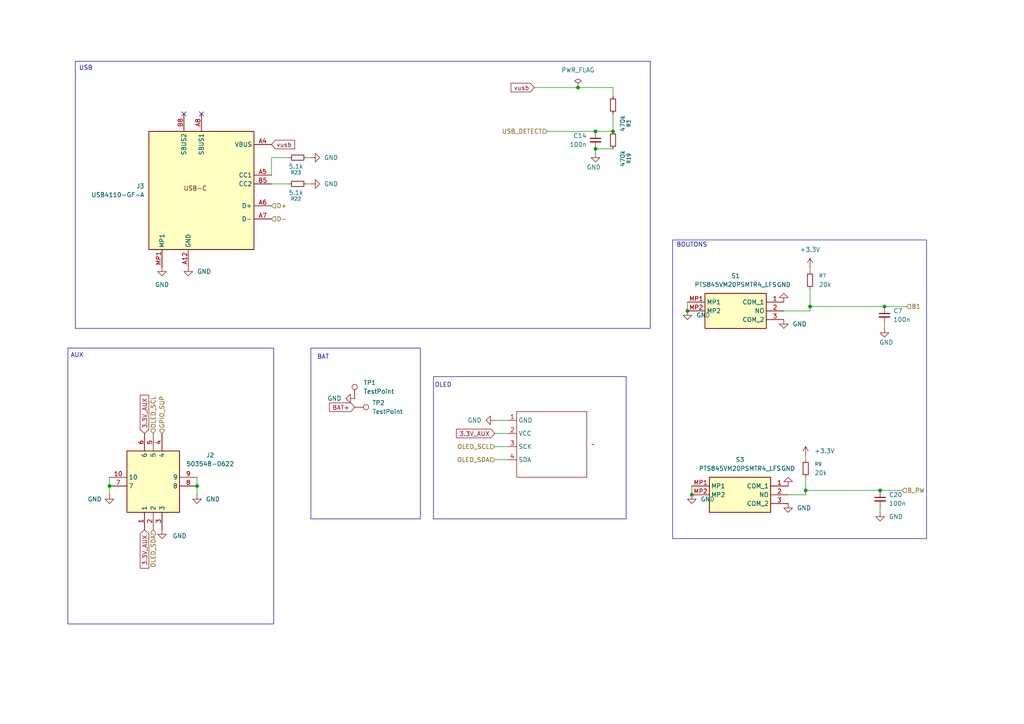
<source format=kicad_sch>
(kicad_sch (version 20250114) (generator "eeschema") (generator_version "9.0")
  (paper "A4")
  (lib_symbols
    (symbol "Connector:TestPoint" (pin_numbers (hide yes)) (pin_names (offset 0.762) (hide yes))
      (property "Reference" "TP" (at 0 6.858 0))
      (property "Value" "TestPoint" (at 0 5.08 0))
      (symbol "TestPoint_0_1"
        (circle (center 0 3.302) (radius 0.762))
      )
      (symbol "TestPoint_1_1"
        (pin passive line (at 0 0 90) (length 2.54) (name "1") (number "1"))
      )
    )
    (symbol "Device:C_Small" (pin_numbers (hide yes)) (pin_names (offset 0.254) (hide yes))
      (property "Reference" "C" (at 0.254 1.778 0))
      (property "Value" "C_Small" (at 0.254 -2.032 0))
      (symbol "C_Small_0_1"
        (polyline (pts (xy -1.524 0.508) (xy 1.524 0.508)) (stroke (width 0.3048)))
        (polyline (pts (xy -1.524 -0.508) (xy 1.524 -0.508)) (stroke (width 0.3302)))
      )
      (symbol "C_Small_1_1"
        (pin passive line (at 0 2.54 270) (length 2.032) (name "~") (number "1"))
        (pin passive line (at 0 -2.54 90) (length 2.032) (name "~") (number "2"))
      )
    )
    (symbol "R_Small_1" (pin_numbers (hide yes)) (pin_names (offset 0.254) (hide yes))
      (property "Reference" "R" (at 0 0 90))
      (property "Value" "R_Small" (at 1.778 0 90))
      (symbol "R_Small_1_0_1"
        (rectangle (start -0.762 1.778) (end 0.762 -1.778) (stroke (width 0.2032)))
      )
      (symbol "R_Small_1_1_1"
        (pin passive line (at 0 2.54 270) (length 0.762) (name "~") (number "1"))
        (pin passive line (at 0 -2.54 90) (length 0.762) (name "~") (number "2"))
      )
    )
    (symbol "power:+3.3V" (power) (pin_numbers (hide yes)) (pin_names (offset 0) (hide yes))
      (property "Value" "+3.3V" (at 0 3.556 0))
      (symbol "+3.3V_0_1"
        (polyline (pts (xy -0.762 1.27) (xy 0 2.54)))
        (polyline (pts (xy 0 2.54) (xy 0.762 1.27)))
        (polyline (pts (xy 0 0) (xy 0 2.54)))
      )
      (symbol "+3.3V_1_1"
        (pin power_in line (at 0 0 90) (length 0) (name "~") (number "1"))
      )
    )
    (symbol "power:GND" (power) (pin_numbers (hide yes)) (pin_names (offset 0) (hide yes))
      (property "Value" "GND" (at 0 -3.81 0))
      (symbol "GND_0_1"
        (polyline (pts (xy 0 0) (xy 0 -1.27) (xy 1.27 -1.27) (xy 0 -2.54) (xy -1.27 -1.27) (xy 0 -1.27)))
      )
      (symbol "GND_1_1"
        (pin power_in line (at 0 0 270) (length 0) (name "~") (number "1"))
      )
    )
    (symbol "power:PWR_FLAG" (power) (pin_numbers (hide yes)) (pin_names (offset 0) (hide yes))
      (property "Value" "PWR_FLAG" (at 0 3.81 0))
      (symbol "PWR_FLAG_0_0"
        (pin power_out line (at 0 0 90) (length 0) (name "~") (number "1"))
      )
      (symbol "PWR_FLAG_0_1"
        (polyline (pts (xy 0 0) (xy 0 1.27) (xy -1.016 1.905) (xy 0 2.54) (xy 1.016 1.905) (xy 0 1.27)))
      )
    )
    (symbol "pts845:PTS845VM20PSMTR4_LFS"
      (property "Reference" "S" (at 24.13 7.62 0))
      (property "Value" "PTS845VM20PSMTR4_LFS" (at 24.13 5.08 0))
      (symbol "PTS845VM20PSMTR4_LFS_1_1"
        (rectangle (start 5.08 2.54) (end 22.86 -7.62) (stroke (width 0.254)) (fill (type background)))
        (pin passive line (at 0 0 0) (length 5.08) (name "MP1") (number "MP1"))
        (pin passive line (at 0 -2.54 0) (length 5.08) (name "MP2") (number "MP2"))
        (pin passive line (at 27.94 0 180) (length 5.08) (name "COM_1") (number "1"))
        (pin passive line (at 27.94 -2.54 180) (length 5.08) (name "NO") (number "2"))
        (pin passive line (at 27.94 -5.08 180) (length 5.08) (name "COM_2") (number "3"))
      )
    )
    (symbol "samacsys2:503548-0622"
      (property "Reference" "J" (at 21.59 12.7 0))
      (property "Value" "503548-0622" (at 21.59 10.16 0))
      (symbol "503548-0622_1_1"
        (rectangle (start 5.08 7.62) (end 20.32 -10.16) (stroke (width 0.254)) (fill (type background)))
        (pin passive line (at 0 0 0) (length 5.08) (name "10") (number "10"))
        (pin passive line (at 0 -2.54 0) (length 5.08) (name "7") (number "7"))
        (pin passive line (at 10.16 12.7 270) (length 5.08) (name "6") (number "6"))
        (pin passive line (at 10.16 -15.24 90) (length 5.08) (name "1") (number "1"))
        (pin passive line (at 12.7 12.7 270) (length 5.08) (name "5") (number "5"))
        (pin passive line (at 12.7 -15.24 90) (length 5.08) (name "2") (number "2"))
        (pin passive line (at 15.24 12.7 270) (length 5.08) (name "4") (number "4"))
        (pin passive line (at 15.24 -15.24 90) (length 5.08) (name "3") (number "3"))
        (pin passive line (at 25.4 0 180) (length 5.08) (name "9") (number "9"))
        (pin passive line (at 25.4 -2.54 180) (length 5.08) (name "8") (number "8"))
      )
    )
    (symbol "samacsys2:ssd1306_5point"
      (symbol "ssd1306_5point_0_1"
        (rectangle (start -6.35 -1.27) (end 13.97 -20.32))
      )
      (symbol "ssd1306_5point_1_1"
        (pin free line (at -8.89 -3.81 0) (length 2.54) (name "GND") (number "1"))
        (pin free line (at -8.89 -3.81 0) (length 2.54) (hide yes) (name "GND") (number "5"))
        (pin free line (at -8.89 -3.81 0) (length 2.54) (hide yes) (name "GND") (number "6"))
        (pin free line (at -8.89 -7.62 0) (length 2.54) (name "VCC") (number "2"))
        (pin free line (at -8.89 -11.43 0) (length 2.54) (name "SCK") (number "3"))
        (pin free line (at -8.89 -15.24 0) (length 2.54) (name "SDA") (number "4"))
      )
    )
    (symbol "samacsys:USB4110-GF-A"
      (property "Reference" "J" (at 3.81 25.4 0))
      (property "Value" "USB4110-GF-A" (at 3.81 22.86 0))
      (symbol "USB4110-GF-A_1_1"
        (rectangle (start -15.24 15.24) (end 15.24 -19.05) (stroke (width 0.254)) (fill (type background)))
        (text "USB-C" (at -1.778 -1.27 0) (effects (font (size 1.27 1.27))))
        (pin passive line (at -11.43 -24.13 90) (length 5.08) (name "MP1") (number "MP1"))
        (pin passive line (at -11.43 -24.13 90) (length 5.08) (hide yes) (name "MP2") (number "MP2"))
        (pin passive line (at -11.43 -24.13 90) (length 5.08) (hide yes) (name "MP3") (number "MP3"))
        (pin passive line (at -11.43 -24.13 90) (length 5.08) (hide yes) (name "MP4") (number "MP4"))
        (pin passive line (at -5.08 20.32 270) (length 5.08) (name "SBUS2") (number "B8"))
        (pin passive line (at -3.81 -24.13 90) (length 5.08) (hide yes) (name "GND") (number "A1"))
        (pin passive line (at -3.81 -24.13 90) (length 5.08) (name "GND") (number "A12"))
        (pin passive line (at -3.81 -24.13 90) (length 5.08) (hide yes) (name "GND") (number "B1"))
        (pin passive line (at -3.81 -24.13 90) (length 5.08) (hide yes) (name "GND") (number "B12"))
        (pin passive line (at 0 20.32 270) (length 5.08) (name "SBUS1") (number "A8"))
        (pin passive line (at 20.32 11.43 180) (length 5.08) (name "VBUS") (number "A4"))
        (pin passive line (at 20.32 11.43 180) (length 5.08) (hide yes) (name "VBUS") (number "A9"))
        (pin passive line (at 20.32 11.43 180) (length 5.08) (hide yes) (name "VBUS") (number "B4"))
        (pin passive line (at 20.32 11.43 180) (length 5.08) (hide yes) (name "VBUS") (number "B9"))
        (pin passive line (at 20.32 2.54 180) (length 5.08) (name "CC1") (number "A5"))
        (pin passive line (at 20.32 0 180) (length 5.08) (name "CC2") (number "B5"))
        (pin passive line (at 20.32 -6.35 180) (length 5.08) (name "D+") (number "A6"))
        (pin passive line (at 20.32 -6.35 180) (length 5.08) (hide yes) (name "D+") (number "B6"))
        (pin passive line (at 20.32 -10.16 180) (length 5.08) (name "D-") (number "A7"))
        (pin passive line (at 20.32 -10.16 180) (length 5.08) (hide yes) (name "D-") (number "B7"))
      )
    )
  )
  (rectangle (start 19.685 100.965) (end 79.375 180.975))
  (rectangle (start 195.072 69.596) (end 268.732 156.21))
  (rectangle (start 125.73 109.22) (end 181.61 150.495))
  (rectangle (start 21.844 17.78) (end 188.595 95.25))
  (rectangle (start 90.17 100.965) (end 121.92 150.495))
  (text "AUX\n" (at 22.352 103.124 0) (effects (font (size 1.27 1.27))))
  (text "BOUTONS" (at 200.66 71.12 0) (effects (font (size 1.27 1.27))))
  (text "USB" (at 24.892 19.812 0) (effects (font (size 1.27 1.27))))
  (text "OLED" (at 128.524 111.76 0) (effects (font (size 1.27 1.27))))
  (text "BAT\n" (at 93.726 103.632 0) (effects (font (size 1.27 1.27))))
  (junction (at 199.39 90.17))
  (junction (at 177.8 38.1))
  (junction (at 234.95 88.9))
  (junction (at 255.27 142.24))
  (junction (at 172.72 38.1))
  (junction (at 57.15 140.97))
  (junction (at 200.66 143.51))
  (junction (at 172.72 43.18))
  (junction (at 256.54 88.9))
  (junction (at 31.75 140.97))
  (junction (at 167.64 25.4))
  (junction (at 233.68 142.24))
  (no_connect (at 58.42 33.02))
  (no_connect (at 53.34 33.02))
  (wire (pts (xy 256.54 93.98) (xy 256.54 95.25)))
  (wire (pts (xy 234.95 78.74) (xy 234.95 77.47)))
  (wire (pts (xy 167.64 25.4) (xy 154.94 25.4)))
  (wire (pts (xy 199.39 87.63) (xy 199.39 90.17)))
  (wire (pts (xy 234.95 88.9) (xy 256.54 88.9)))
  (wire (pts (xy 57.15 140.97) (xy 57.15 143.51)))
  (wire (pts (xy 143.51 125.73) (xy 147.32 125.73)))
  (wire (pts (xy 255.27 142.24) (xy 261.62 142.24)))
  (wire (pts (xy 172.72 38.1) (xy 158.75 38.1)))
  (wire (pts (xy 143.51 129.54) (xy 147.32 129.54)))
  (wire (pts (xy 78.74 45.72) (xy 78.74 50.8)))
  (wire (pts (xy 233.68 138.43) (xy 233.68 142.24)))
  (wire (pts (xy 177.8 33.02) (xy 177.8 38.1)))
  (wire (pts (xy 177.8 43.18) (xy 172.72 43.18)))
  (wire (pts (xy 233.68 142.24) (xy 233.68 143.51)))
  (wire (pts (xy 255.27 147.32) (xy 255.27 148.59)))
  (wire (pts (xy 88.9 53.34) (xy 90.17 53.34)))
  (wire (pts (xy 234.95 83.82) (xy 234.95 88.9)))
  (wire (pts (xy 143.51 121.92) (xy 147.32 121.92)))
  (wire (pts (xy 172.72 43.18) (xy 172.72 44.45)))
  (wire (pts (xy 234.95 90.17) (xy 234.95 88.9)))
  (wire (pts (xy 57.15 138.43) (xy 57.15 140.97)))
  (wire (pts (xy 233.68 133.35) (xy 233.68 132.08)))
  (wire (pts (xy 88.9 45.72) (xy 90.17 45.72)))
  (wire (pts (xy 228.6 143.51) (xy 233.68 143.51)))
  (wire (pts (xy 256.54 88.9) (xy 262.89 88.9)))
  (wire (pts (xy 200.66 140.97) (xy 200.66 143.51)))
  (wire (pts (xy 143.51 133.35) (xy 147.32 133.35)))
  (wire (pts (xy 31.75 143.51) (xy 31.75 140.97)))
  (wire (pts (xy 83.82 45.72) (xy 78.74 45.72)))
  (wire (pts (xy 177.8 38.1) (xy 172.72 38.1)))
  (wire (pts (xy 177.8 25.4) (xy 167.64 25.4)))
  (wire (pts (xy 233.68 142.24) (xy 255.27 142.24)))
  (wire (pts (xy 78.74 53.34) (xy 83.82 53.34)))
  (wire (pts (xy 227.33 90.17) (xy 234.95 90.17)))
  (wire (pts (xy 177.8 27.94) (xy 177.8 25.4)))
  (wire (pts (xy 31.75 140.97) (xy 31.75 138.43)))
  (global_label "3.3V_AUX" (shape input) (at 41.91 153.67 270) (property "Intersheetrefs" "${INTERSHEET_REFS}" (effects (hide yes))))
  (global_label "vusb" (shape input) (at 154.94 25.4 180) (property "Intersheetrefs" "${INTERSHEET_REFS}" (effects (hide yes))))
  (global_label "3.3V_AUX" (shape input) (at 41.91 125.73 90) (property "Intersheetrefs" "${INTERSHEET_REFS}" (effects (hide yes))))
  (global_label "BAT+" (shape input) (at 102.87 118.11 180) (property "Intersheetrefs" "${INTERSHEET_REFS}" (effects (hide yes))))
  (global_label "vusb" (shape input) (at 78.74 41.91 0) (property "Intersheetrefs" "${INTERSHEET_REFS}" (effects (hide yes))))
  (global_label "3.3V_AUX" (shape input) (at 143.51 125.73 180) (property "Intersheetrefs" "${INTERSHEET_REFS}" (effects (hide yes))))
  (hierarchical_label "B_PW" (shape input) (at 261.62 142.24 0))
  (hierarchical_label "OLED_SDA" (shape input) (at 44.45 153.67 270))
  (hierarchical_label "OLED_SCL" (shape input) (at 44.45 125.73 90))
  (hierarchical_label "D-" (shape input) (at 78.74 63.5 0))
  (hierarchical_label "B1" (shape input) (at 262.89 88.9 0))
  (hierarchical_label "GPIO_SUP" (shape input) (at 46.99 125.73 90))
  (hierarchical_label "D+" (shape input) (at 78.74 59.69 0))
  (hierarchical_label "USB_DETECT" (shape input) (at 158.75 38.1 180))
  (hierarchical_label "OLED_SDA" (shape input) (at 143.51 133.35 180))
  (hierarchical_label "OLED_SCL" (shape input) (at 143.51 129.54 180))
  (symbol (lib_id "power:GND") (at 227.33 92.71 0) (unit 1)
    (property "Reference" "#PWR058" (effects (hide yes)))
    (property "Value" "GND" (at 229.87 93.9799 0) (effects (justify left)))
    (property "Description" "Power symbol creates a global label with name \"GND\" , ground" (effects (hide yes)))
  )
  (symbol (lib_id "power:GND") (at 54.61 77.47 0) (unit 1)
    (property "Reference" "#PWR043" (effects (hide yes)))
    (property "Value" "GND" (at 57.15 78.7399 0) (effects (justify left)))
    (property "Description" "Power symbol creates a global label with name \"GND\" , ground" (effects (hide yes)))
  )
  (symbol (lib_name "R_Small_1") (lib_id "Device:R_Small") (at 177.8 30.48 0) (mirror x) (unit 1)
    (property "Reference" "R3" (at 182.372 35.814 90) (effects (font (size 1.016 1.016))))
    (property "Value" "470k" (at 180.594 35.814 90))
    (property "Footprint" "Resistor_SMD:R_0201_0603Metric_Pad0.64x0.40mm_HandSolder" (effects (hide yes)))
    (property "Description" "Resistor, small symbol" (effects (hide yes)))
    (property "Mouser Part Number" "603-AC0201FR-07470KL" (effects (hide yes)))
    (property "Mouser Price/Stock" "https://www.mouser.fr/ProductDetail/YAGEO/AC0201FR-07470KL?qs=NgbZBzc1CyH0J6cte9SzFw%3D%3D" (effects (hide yes)))
  )
  (symbol (lib_id "power:GND") (at 200.66 143.51 0) (unit 1)
    (property "Reference" "#PWR07" (effects (hide yes)))
    (property "Value" "GND" (at 203.2 144.7799 0) (effects (justify left)))
    (property "Description" "Power symbol creates a global label with name \"GND\" , ground" (effects (hide yes)))
  )
  (symbol (lib_id "Device:C_Small") (at 256.54 91.44 0) (unit 1)
    (property "Reference" "C7" (at 259.08 90.1762 0) (effects (justify left)))
    (property "Value" "100n" (at 259.08 92.7162 0) (effects (justify left)))
    (property "Footprint" "Capacitor_SMD:C_0201_0603Metric_Pad0.64x0.40mm_HandSolder" (effects (hide yes)))
    (property "Description" "Unpolarized capacitor, small symbol" (effects (hide yes)))
  )
  (symbol (lib_name "R_Small_1") (lib_id "Device:R_Small") (at 233.68 135.89 180) (unit 1)
    (property "Reference" "R9" (at 236.22 134.6199 0) (effects (font (size 1.016 1.016)) (justify right)))
    (property "Value" "20k" (at 236.22 137.1599 0) (effects (justify right)))
    (property "Footprint" "Resistor_SMD:R_0201_0603Metric_Pad0.64x0.40mm_HandSolder" (effects (hide yes)))
    (property "Description" "Resistor, small symbol" (effects (hide yes)))
    (property "Mouser Part Number" "603-AC0201FR-0720KL" (effects (hide yes)))
    (property "Mouser Price/Stock" "https://www.mouser.fr/ProductDetail/YAGEO/AC0201FR-0720KL?qs=NgbZBzc1CyEbaKDOC3%252BFfg%3D%3D" (effects (hide yes)))
  )
  (symbol (lib_id "Device:C_Small") (at 172.72 40.64 0) (mirror y) (unit 1)
    (property "Reference" "C14" (at 170.18 39.3762 0) (effects (justify left)))
    (property "Value" "100n" (at 170.18 41.9162 0) (effects (justify left)))
    (property "Footprint" "Capacitor_SMD:C_0201_0603Metric_Pad0.64x0.40mm_HandSolder" (effects (hide yes)))
    (property "Description" "Unpolarized capacitor, small symbol" (effects (hide yes)))
  )
  (symbol (lib_id "power:+3.3V") (at 233.68 132.08 0) (unit 1)
    (property "Reference" "#PWR049" (effects (hide yes)))
    (property "Value" "+3.3V" (at 236.22 130.8099 0) (effects (justify left)))
    (property "Description" "Power symbol creates a global label with name \"+3.3V\"" (effects (hide yes)))
  )
  (symbol (lib_id "power:GND") (at 46.99 77.47 0) (unit 1)
    (property "Reference" "#PWR014" (effects (hide yes)))
    (property "Value" "GND" (at 46.99 82.55 0))
    (property "Description" "Power symbol creates a global label with name \"GND\" , ground" (effects (hide yes)))
  )
  (symbol (lib_id "power:GND") (at 228.6 146.05 0) (unit 1)
    (property "Reference" "#PWR010" (effects (hide yes)))
    (property "Value" "GND" (at 231.14 147.3199 0) (effects (justify left)))
    (property "Description" "Power symbol creates a global label with name \"GND\" , ground" (effects (hide yes)))
  )
  (symbol (lib_id "power:GND") (at 227.33 87.63 180) (unit 1)
    (property "Reference" "#PWR059" (effects (hide yes)))
    (property "Value" "GND" (at 227.33 82.55 0))
    (property "Description" "Power symbol creates a global label with name \"GND\" , ground" (effects (hide yes)))
  )
  (symbol (lib_id "power:GND") (at 255.27 148.59 0) (unit 1)
    (property "Reference" "#PWR050" (effects (hide yes)))
    (property "Value" "GND" (at 257.81 149.8599 0) (effects (justify left)))
    (property "Description" "Power symbol creates a global label with name \"GND\" , ground" (effects (hide yes)))
  )
  (symbol (lib_name "R_Small_1") (lib_id "Device:R_Small") (at 234.95 81.28 180) (unit 1)
    (property "Reference" "R7" (at 237.49 80.0099 0) (effects (font (size 1.016 1.016)) (justify right)))
    (property "Value" "20k" (at 237.49 82.5499 0) (effects (justify right)))
    (property "Footprint" "Resistor_SMD:R_0201_0603Metric_Pad0.64x0.40mm_HandSolder" (effects (hide yes)))
    (property "Description" "Resistor, small symbol" (effects (hide yes)))
    (property "Mouser Part Number" "603-AC0201FR-0720KL" (effects (hide yes)))
    (property "Mouser Price/Stock" "https://www.mouser.fr/ProductDetail/YAGEO/AC0201FR-0720KL?qs=NgbZBzc1CyEbaKDOC3%252BFfg%3D%3D" (effects (hide yes)))
  )
  (symbol (lib_name "R_Small_1") (lib_id "Device:R_Small") (at 86.36 53.34 90) (mirror x) (unit 1)
    (property "Reference" "R22" (at 85.852 57.658 90) (effects (font (size 1.016 1.016))))
    (property "Value" "5.1k" (at 85.852 55.88 90))
    (property "Footprint" "Resistor_SMD:R_0201_0603Metric_Pad0.64x0.40mm_HandSolder" (effects (hide yes)))
    (property "Description" "Resistor, small symbol" (effects (hide yes)))
    (property "Mouser Part Number" "603-AF0201FR-075K1L" (effects (hide yes)))
    (property "Mouser Price/Stock" "https://www.mouser.fr/ProductDetail/YAGEO/AF0201FR-075K1L?qs=tggtontpCXOBTGA3imPYYA%3D%3D" (effects (hide yes)))
  )
  (symbol (lib_id "power:GND") (at 199.39 90.17 0) (unit 1)
    (property "Reference" "#PWR060" (effects (hide yes)))
    (property "Value" "GND" (at 201.93 91.4399 0) (effects (justify left)))
    (property "Description" "Power symbol creates a global label with name \"GND\" , ground" (effects (hide yes)))
  )
  (symbol (lib_id "power:+3.3V") (at 234.95 77.47 0) (unit 1)
    (property "Reference" "#PWR013" (effects (hide yes)))
    (property "Value" "+3.3V" (at 234.95 72.39 0))
    (property "Description" "Power symbol creates a global label with name \"+3.3V\"" (effects (hide yes)))
  )
  (symbol (lib_id "Device:C_Small") (at 255.27 144.78 0) (unit 1)
    (property "Reference" "C20" (at 257.81 143.5162 0) (effects (justify left)))
    (property "Value" "100n" (at 257.81 146.0562 0) (effects (justify left)))
    (property "Footprint" "Capacitor_SMD:C_0201_0603Metric_Pad0.64x0.40mm_HandSolder" (effects (hide yes)))
    (property "Description" "Unpolarized capacitor, small symbol" (effects (hide yes)))
  )
  (symbol (lib_id "Connector:TestPoint") (at 102.87 115.57 0) (unit 1)
    (property "Reference" "TP1" (at 105.41 110.9979 0) (effects (justify left)))
    (property "Value" "TestPoint" (at 105.41 113.5379 0) (effects (justify left)))
    (property "Footprint" "samacsys2:BAT_PAD_1mm" (effects (hide yes)))
    (property "Description" "test point" (effects (hide yes)))
  )
  (symbol (lib_id "power:PWR_FLAG") (at 167.64 25.4 0) (unit 1)
    (property "Reference" "#FLG04" (effects (hide yes)))
    (property "Value" "PWR_FLAG" (at 167.64 20.32 0))
    (property "Description" "Special symbol for telling ERC where power comes from" (effects (hide yes)))
  )
  (symbol (lib_id "power:GND") (at 256.54 95.25 0) (unit 1)
    (property "Reference" "#PWR012" (effects (hide yes)))
    (property "Value" "GND" (at 255.016 99.314 0) (effects (justify left)))
    (property "Description" "Power symbol creates a global label with name \"GND\" , ground" (effects (hide yes)))
  )
  (symbol (lib_id "pts845:PTS845VM20PSMTR4_LFS") (at 199.39 87.63 0) (unit 1)
    (property "Reference" "S1" (at 213.36 80.01 0))
    (property "Value" "PTS845VM20PSMTR4_LFS" (at 213.36 82.55 0))
    (property "Footprint" "samacsys:PTS845VM20PSMTR4LFS" (effects (hide yes)))
    (property "Datasheet" "https://www.ckswitches.com/media/3009/pts845.pdf" (effects (hide yes)))
    (property "Description" "Tactile Switches 50mA 12VDC, 80gf, Grey Actuator" (effects (hide yes)))
    (property "Height" "3.3" (effects (hide yes)))
    (property "Manufacturer_Name" "C & K COMPONENTS" (effects (hide yes)))
    (property "Manufacturer_Part_Number" "PTS845VM20PSMTR4 LFS" (effects (hide yes)))
    (property "Mouser Part Number" "611-PTS845VM20PSMTR4" (effects (hide yes)))
    (property "Mouser Price/Stock" "https://www.mouser.co.uk/ProductDetail/CK/PTS845VM20PSMTR4-LFS?qs=81r%252BiQLm7BQxQDX8di0zbw%3D%3D" (effects (hide yes)))
    (property "Arrow Part Number" "PTS845VM20PSMTR4 LFS" (effects (hide yes)))
    (property "Arrow Price/Stock" "https://www.arrow.com/en/products/pts845vm20psmtr4lfs/ck?region=nac" (effects (hide yes)))
  )
  (symbol (lib_id "samacsys2:ssd1306_5point") (at 156.21 118.11 0) (unit 1)
    (property "Reference" "U4" (effects (hide yes)))
    (property "Value" "~" (at 171.45 128.9049 0) (effects (justify left)))
    (property "Footprint" "samacsys2:ssd1306_5point" (effects (hide yes)))
  )
  (symbol (lib_id "power:GND") (at 57.15 143.51 0) (unit 1)
    (property "Reference" "#PWR036" (effects (hide yes)))
    (property "Value" "GND" (at 59.69 144.7799 0) (effects (justify left)))
    (property "Description" "Power symbol creates a global label with name \"GND\" , ground" (effects (hide yes)))
  )
  (symbol (lib_name "R_Small_1") (lib_id "Device:R_Small") (at 177.8 40.64 0) (mirror x) (unit 1)
    (property "Reference" "R19" (at 182.372 45.974 90) (effects (font (size 1.016 1.016))))
    (property "Value" "470k" (at 180.594 45.974 90))
    (property "Footprint" "Resistor_SMD:R_0201_0603Metric_Pad0.64x0.40mm_HandSolder" (effects (hide yes)))
    (property "Description" "Resistor, small symbol" (effects (hide yes)))
    (property "Mouser Part Number" "603-AC0201FR-07470KL" (effects (hide yes)))
    (property "Mouser Price/Stock" "https://www.mouser.fr/ProductDetail/YAGEO/AC0201FR-07470KL?qs=NgbZBzc1CyH0J6cte9SzFw%3D%3D" (effects (hide yes)))
  )
  (symbol (lib_id "Connector:TestPoint") (at 102.87 118.11 270) (unit 1)
    (property "Reference" "TP2" (at 107.95 116.8399 90) (effects (justify left)))
    (property "Value" "TestPoint" (at 107.95 119.3799 90) (effects (justify left)))
    (property "Footprint" "samacsys2:BAT_PAD_1mm" (effects (hide yes)))
    (property "Description" "test point" (effects (hide yes)))
  )
  (symbol (lib_id "samacsys:USB4110-GF-A") (at 58.42 53.34 0) (unit 1)
    (property "Reference" "J3" (at 41.91 53.9749 0) (effects (justify right)))
    (property "Value" "USB4110-GF-A" (at 41.91 56.5149 0) (effects (justify right)))
    (property "Footprint" "samacsys:USB4110GFA" (effects (hide yes)))
    (property "Datasheet" "https://gct.co/files/drawings/usb4110.pdf" (effects (hide yes)))
    (property "Description" "CONN USB 2.0 TYPE-C R/A SMT" (effects (hide yes)))
    (property "Height" "3.26" (effects (hide yes)))
    (property "Mouser Part Number" "640-USB4110-GF-A" (effects (hide yes)))
    (property "Mouser Price/Stock" "https://www.mouser.co.uk/ProductDetail/GCT/USB4110-GF-A?qs=KUoIvG%2F9IlYiZvIXQjyJeA%3D%3D" (effects (hide yes)))
    (property "Manufacturer_Name" "GCT (GLOBAL CONNECTOR TECHNOLOGY)" (effects (hide yes)))
    (property "Manufacturer_Part_Number" "USB4110-GF-A" (effects (hide yes)))
  )
  (symbol (lib_id "pts845:PTS845VM20PSMTR4_LFS") (at 200.66 140.97 0) (unit 1)
    (property "Reference" "S3" (at 214.63 133.35 0))
    (property "Value" "PTS845VM20PSMTR4_LFS" (at 214.63 135.89 0))
    (property "Footprint" "samacsys2:PTS845VM20PSMTR4LFS" (effects (hide yes)))
    (property "Datasheet" "https://www.ckswitches.com/media/3009/pts845.pdf" (effects (hide yes)))
    (property "Description" "Tactile Switches 50mA 12VDC, 80gf, Grey Actuator" (effects (hide yes)))
    (property "Height" "3.3" (effects (hide yes)))
    (property "Manufacturer_Name" "C & K COMPONENTS" (effects (hide yes)))
    (property "Manufacturer_Part_Number" "PTS845VM20PSMTR4 LFS" (effects (hide yes)))
    (property "Mouser Part Number" "611-PTS845VM20PSMTR4" (effects (hide yes)))
    (property "Mouser Price/Stock" "https://www.mouser.co.uk/ProductDetail/CK/PTS845VM20PSMTR4-LFS?qs=81r%252BiQLm7BQxQDX8di0zbw%3D%3D" (effects (hide yes)))
    (property "Arrow Part Number" "PTS845VM20PSMTR4 LFS" (effects (hide yes)))
    (property "Arrow Price/Stock" "https://www.arrow.com/en/products/pts845vm20psmtr4lfs/ck?region=nac" (effects (hide yes)))
  )
  (symbol (lib_id "power:GND") (at 172.72 44.45 0) (mirror y) (unit 1)
    (property "Reference" "#PWR048" (effects (hide yes)))
    (property "Value" "GND" (at 174.244 48.514 0) (effects (justify left)))
    (property "Description" "Power symbol creates a global label with name \"GND\" , ground" (effects (hide yes)))
  )
  (symbol (lib_id "power:GND") (at 31.75 143.51 0) (unit 1)
    (property "Reference" "#PWR065" (effects (hide yes)))
    (property "Value" "GND" (at 25.4 144.78 0) (effects (justify left)))
    (property "Description" "Power symbol creates a global label with name \"GND\" , ground" (effects (hide yes)))
  )
  (symbol (lib_name "R_Small_1") (lib_id "Device:R_Small") (at 86.36 45.72 90) (mirror x) (unit 1)
    (property "Reference" "R23" (at 85.852 50.038 90) (effects (font (size 1.016 1.016))))
    (property "Value" "5.1k" (at 85.852 48.26 90))
    (property "Footprint" "Resistor_SMD:R_0201_0603Metric_Pad0.64x0.40mm_HandSolder" (effects (hide yes)))
    (property "Description" "Resistor, small symbol" (effects (hide yes)))
    (property "Mouser Part Number" "603-AF0201FR-075K1L" (effects (hide yes)))
    (property "Mouser Price/Stock" "https://www.mouser.fr/ProductDetail/YAGEO/AF0201FR-075K1L?qs=tggtontpCXOBTGA3imPYYA%3D%3D" (effects (hide yes)))
  )
  (symbol (lib_id "power:GND") (at 228.6 140.97 180) (unit 1)
    (property "Reference" "#PWR09" (effects (hide yes)))
    (property "Value" "GND" (at 228.6 135.89 0))
    (property "Description" "Power symbol creates a global label with name \"GND\" , ground" (effects (hide yes)))
  )
  (symbol (lib_id "power:GND") (at 102.87 115.57 270) (unit 1)
    (property "Reference" "#PWR016" (effects (hide yes)))
    (property "Value" "GND" (at 99.06 115.5699 90) (effects (justify right)))
    (property "Description" "Power symbol creates a global label with name \"GND\" , ground" (effects (hide yes)))
  )
  (symbol (lib_id "power:GND") (at 143.51 121.92 270) (mirror x) (unit 1)
    (property "Reference" "#PWR017" (effects (hide yes)))
    (property "Value" "GND" (at 139.7 121.9201 90) (effects (justify right)))
    (property "Description" "Power symbol creates a global label with name \"GND\" , ground" (effects (hide yes)))
  )
  (symbol (lib_id "power:GND") (at 90.17 53.34 90) (mirror x) (unit 1)
    (property "Reference" "#PWR063" (effects (hide yes)))
    (property "Value" "GND" (at 93.98 53.3401 90) (effects (justify right)))
    (property "Description" "Power symbol creates a global label with name \"GND\" , ground" (effects (hide yes)))
  )
  (symbol (lib_id "samacsys2:503548-0622") (at 31.75 138.43 0) (unit 1)
    (property "Reference" "J2" (at 60.96 132.0098 0))
    (property "Value" "503548-0622" (at 60.96 134.5498 0))
    (property "Footprint" "samacsys2:5035480622" (effects (hide yes)))
    (property "Datasheet" "https://www.molex.com/pdm_docs/sd/5035480622_sd.pdf" (effects (hide yes)))
    (property "Description" "SlimStack Board-to-Board Connector, 0.40mm Pitch, HRF (High Retention Force) Series, Receptacle, 0.70mm Mated Height, 2.60 Mated Width, 6 Circuits" (effects (hide yes)))
    (property "Height" "0.68" (effects (hide yes)))
    (property "Manufacturer_Name" "Molex" (effects (hide yes)))
    (property "Manufacturer_Part_Number" "503548-0622" (effects (hide yes)))
    (property "Mouser Part Number" "538-503548-0622" (effects (hide yes)))
    (property "Mouser Price/Stock" "https://www.mouser.co.uk/ProductDetail/Molex/503548-0622?qs=byeeYqUIh0Mxpka6P7ttIA%3D%3D" (effects (hide yes)))
    (property "Arrow Part Number" "503548-0622" (effects (hide yes)))
    (property "Arrow Price/Stock" "https://www.arrow.com/en/products/5035480622/molex?region=nac" (effects (hide yes)))
  )
  (symbol (lib_id "power:GND") (at 46.99 153.67 0) (unit 1)
    (property "Reference" "#PWR066" (effects (hide yes)))
    (property "Value" "GND" (at 50.038 155.448 0) (effects (justify left)))
    (property "Description" "Power symbol creates a global label with name \"GND\" , ground" (effects (hide yes)))
  )
  (symbol (lib_id "power:GND") (at 90.17 45.72 90) (mirror x) (unit 1)
    (property "Reference" "#PWR064" (effects (hide yes)))
    (property "Value" "GND" (at 93.98 45.7201 90) (effects (justify right)))
    (property "Description" "Power symbol creates a global label with name \"GND\" , ground" (effects (hide yes)))
  )
)
</source>
